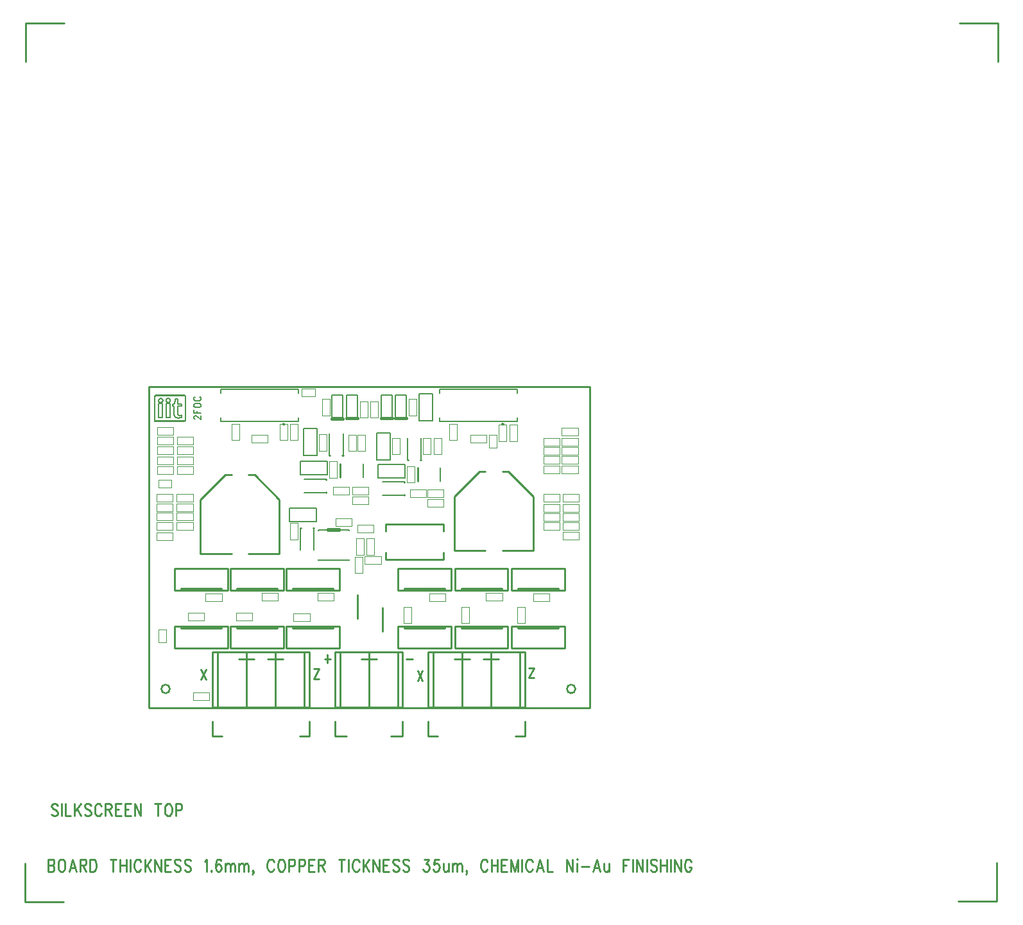
<source format=gbr>
*
*
G04 PADS Layout (Build Number 2007.21.1) generated Gerber (RS-274-X) file*
G04 PC Version=2.1*
*
%IN "2FOC-002.pcb"*%
*
%MOIN*%
*
%FSLAX35Y35*%
*
*
*
*
G04 PC Standard Apertures*
*
*
G04 Thermal Relief Aperture macro.*
%AMTER*
1,1,$1,0,0*
1,0,$1-$2,0,0*
21,0,$3,$4,0,0,45*
21,0,$3,$4,0,0,135*
%
*
*
G04 Annular Aperture macro.*
%AMANN*
1,1,$1,0,0*
1,0,$2,0,0*
%
*
*
G04 Odd Aperture macro.*
%AMODD*
1,1,$1,0,0*
1,0,$1-0.005,0,0*
%
*
*
G04 PC Custom Aperture Macros*
*
*
*
*
*
*
G04 PC Aperture Table*
*
%ADD010C,0.01*%
%ADD011C,0.004*%
%ADD013C,0.006*%
%ADD014C,0.015*%
%ADD015C,0.008*%
%ADD070C,0.001*%
%ADD087C,0.01969*%
%ADD100C,0.00591*%
*
*
*
*
G04 PC Circuitry*
G04 Layer Name 2FOC-002.pcb - circuitry*
%LPD*%
*
*
G04 PC Custom Flashes*
G04 Layer Name 2FOC-002.pcb - flashes*
%LPD*%
*
*
G04 PC Circuitry*
G04 Layer Name 2FOC-002.pcb - circuitry*
%LPD*%
*
G54D10*
G01X1863258Y1593661D02*
X1866458D01*
X1879331Y1580669*
Y1552717*
X1863258*
X1854458D02*
X1838386D01*
Y1580669*
X1851271Y1593661*
X1854458*
X1995148Y1595236D02*
X1998348D01*
X2011220Y1582244*
Y1554291*
X1995148*
X1986348D02*
X1970276D01*
Y1582244*
X1983161Y1595236*
X1986348*
X1852311Y1503595D02*
X1825011D01*
Y1514995*
X1852611*
Y1503595*
X1828311Y1513995D02*
X1849311D01*
Y1514995*
X1828311Y1513995D02*
Y1514995D01*
X1881311Y1503595D02*
X1854011D01*
Y1514995*
X1881611*
Y1503595*
X1857311Y1513995D02*
X1878311D01*
Y1514995*
X1857311Y1513995D02*
Y1514995D01*
X1910311Y1503595D02*
X1883011D01*
Y1514995*
X1910611*
Y1503595*
X1886311Y1513995D02*
X1907311D01*
Y1514995*
X1886311Y1513995D02*
Y1514995D01*
X1825311Y1544995D02*
X1852611D01*
Y1533595*
X1825011*
Y1544995*
X1849311Y1534595D02*
X1828311D01*
Y1533595*
X1849311Y1534595D02*
Y1533595D01*
X1854311Y1544995D02*
X1881611D01*
Y1533595*
X1854011*
Y1544995*
X1878311Y1534595D02*
X1857311D01*
Y1533595*
X1878311Y1534595D02*
Y1533595D01*
X1883311Y1544995D02*
X1910611D01*
Y1533595*
X1883011*
Y1544995*
X1907311Y1534595D02*
X1886311D01*
Y1533595*
X1907311Y1534595D02*
Y1533595D01*
X1968311Y1503595D02*
X1941011D01*
Y1514995*
X1968611*
Y1503595*
X1944311Y1513995D02*
X1965311D01*
Y1514995*
X1944311Y1513995D02*
Y1514995D01*
X1997811Y1503595D02*
X1970511D01*
Y1514995*
X1998111*
Y1503595*
X1973811Y1513995D02*
X1994811D01*
Y1514995*
X1973811Y1513995D02*
Y1514995D01*
X2027311Y1503595D02*
X2000011D01*
Y1514995*
X2027611*
Y1503595*
X2003311Y1513995D02*
X2024311D01*
Y1514995*
X2003311Y1513995D02*
Y1514995D01*
X1941311Y1544995D02*
X1968611D01*
Y1533595*
X1941011*
Y1544995*
X1965311Y1534595D02*
X1944311D01*
Y1533595*
X1965311Y1534595D02*
Y1533595D01*
X1970811Y1544995D02*
X1998111D01*
Y1533595*
X1970511*
Y1544995*
X1994811Y1534595D02*
X1973811D01*
Y1533595*
X1994811Y1534595D02*
Y1533595D01*
X2000311Y1544995D02*
X2027611D01*
Y1533595*
X2000011*
Y1544995*
X2024311Y1534595D02*
X2003311D01*
Y1533595*
X2024311Y1534595D02*
Y1533595D01*
X1908311Y1472866D02*
X1943311D01*
Y1501606*
X1908311*
Y1472866*
X1910811Y1501606D02*
Y1472866D01*
X1925811Y1501606D02*
Y1472866D01*
X1940811Y1501606D02*
Y1472866D01*
X1921791Y1497858D02*
X1929791D01*
X1908311Y1465780D02*
Y1457906D01*
X1914311*
X1943311Y1465780D02*
Y1457906D01*
X1937311*
X1844634Y1472866D02*
X1895008D01*
Y1501606*
X1844634*
Y1472866*
X1862311Y1501606D02*
Y1472866D01*
X1847311Y1501606D02*
Y1472866D01*
X1877311Y1501606D02*
Y1472866D01*
X1858291Y1497858D02*
X1866291D01*
X1892311Y1501606D02*
Y1472866D01*
X1873291Y1497858D02*
X1881291D01*
X1844634Y1465780D02*
Y1457906D01*
X1849752*
X1895008Y1465780D02*
Y1457906D01*
X1889890*
X1956634Y1472866D02*
X2007008D01*
Y1501606*
X1956634*
Y1472866*
X1974311Y1501606D02*
Y1472866D01*
X1959311Y1501606D02*
Y1472866D01*
X1989311Y1501606D02*
Y1472866D01*
X1970291Y1497858D02*
X1978291D01*
X2004311Y1501606D02*
Y1472866D01*
X1985291Y1497858D02*
X1993291D01*
X1956634Y1465780D02*
Y1457906D01*
X1961752*
X2007008Y1465780D02*
Y1457906D01*
X2001890*
X1882067Y1619870D02*
G75*
G03X1882067I-394J0D01*
G01X1995803D02*
G03X1995803I-394J0D01*
G01X1944236Y1589913D02*
Y1589520D01*
Y1583220D02*
Y1582827D01*
X1952976Y1601358D02*
X1952583D01*
X1946283D02*
X1945890D01*
X1951126Y1597413D02*
Y1590327D01*
X1912476Y1603559D02*
X1912083D01*
X1905783D02*
X1905390D01*
X1903638Y1591307D02*
Y1590913D01*
Y1584614D02*
Y1584220D01*
X1911028Y1599307D02*
Y1592220D01*
X1890248Y1566008D02*
X1890642D01*
X1896941D02*
X1897335D01*
X1934646Y1564331D02*
Y1567874D01*
X1964567*
Y1564331*
Y1553307D02*
Y1549764D01*
X1934646*
Y1553307*
X1919882Y1531260D02*
Y1519055D01*
X1932874Y1512362D02*
Y1524567D01*
X1822535Y1482461D02*
G03X1822535I-2236J0D01*
G01X2033165D02*
G03X2033165I-2236J0D01*
G01X1764205Y1422121D02*
X1763751Y1422746D01*
X1763069Y1423059*
X1762160*
X1761478Y1422746*
X1761024Y1422121*
Y1421496*
X1761251Y1420871*
X1761478Y1420559*
X1761933Y1420246*
X1763296Y1419621*
X1763751Y1419309*
X1763978Y1418996*
X1764205Y1418371*
Y1417434*
X1763751Y1416809*
X1763069Y1416496*
X1762160*
X1761478Y1416809*
X1761024Y1417434*
X1766251Y1423059D02*
Y1416496D01*
X1768296Y1423059D02*
Y1416496D01*
X1771024*
X1773069Y1423059D02*
Y1416496D01*
X1776251Y1423059D02*
X1773069Y1418684D01*
X1774205Y1420246D02*
X1776251Y1416496D01*
X1781478Y1422121D02*
X1781024Y1422746D01*
X1780342Y1423059*
X1779433*
X1778751Y1422746*
X1778296Y1422121*
Y1421496*
X1778524Y1420871*
X1778751Y1420559*
X1779205Y1420246*
X1780569Y1419621*
X1781024Y1419309*
X1781251Y1418996*
X1781478Y1418371*
Y1417434*
X1781024Y1416809*
X1780342Y1416496*
X1779433*
X1778751Y1416809*
X1778296Y1417434*
X1786933Y1421496D02*
X1786705Y1422121D01*
X1786251Y1422746*
X1785796Y1423059*
X1784887*
X1784433Y1422746*
X1783978Y1422121*
X1783751Y1421496*
X1783524Y1420559*
Y1418996*
X1783751Y1418059*
X1783978Y1417434*
X1784433Y1416809*
X1784887Y1416496*
X1785796*
X1786251Y1416809*
X1786705Y1417434*
X1786933Y1418059*
X1788978Y1423059D02*
Y1416496D01*
Y1423059D02*
X1791024D01*
X1791705Y1422746*
X1791933Y1422434*
X1792160Y1421809*
Y1421184*
X1791933Y1420559*
X1791705Y1420246*
X1791024Y1419934*
X1788978*
X1790569D02*
X1792160Y1416496D01*
X1794205Y1423059D02*
Y1416496D01*
Y1423059D02*
X1797160D01*
X1794205Y1419934D02*
X1796024D01*
X1794205Y1416496D02*
X1797160D01*
X1799205Y1423059D02*
Y1416496D01*
Y1423059D02*
X1802160D01*
X1799205Y1419934D02*
X1801024D01*
X1799205Y1416496D02*
X1802160D01*
X1804205Y1423059D02*
Y1416496D01*
Y1423059D02*
X1807387Y1416496D01*
Y1423059D02*
Y1416496D01*
X1816251Y1423059D02*
Y1416496D01*
X1814660Y1423059D02*
X1817842D01*
X1821251D02*
X1820796Y1422746D01*
X1820342Y1422121*
X1820115Y1421496*
X1819887Y1420559*
Y1418996*
X1820115Y1418059*
X1820342Y1417434*
X1820796Y1416809*
X1821251Y1416496*
X1822160*
X1822615Y1416809*
X1823069Y1417434*
X1823296Y1418059*
X1823524Y1418996*
Y1420559*
X1823296Y1421496*
X1823069Y1422121*
X1822615Y1422746*
X1822160Y1423059*
X1821251*
X1825569D02*
Y1416496D01*
Y1423059D02*
X1827615D01*
X1828296Y1422746*
X1828524Y1422434*
X1828751Y1421809*
Y1420871*
X1828524Y1420246*
X1828296Y1419934*
X1827615Y1419621*
X1825569*
X1759252Y1394122D02*
Y1387559D01*
Y1394122D02*
X1761297D01*
X1761979Y1393809*
X1762207Y1393497*
X1762434Y1392872*
Y1392247*
X1762207Y1391622*
X1761979Y1391309*
X1761297Y1390997*
X1759252D02*
X1761297D01*
X1761979Y1390684*
X1762207Y1390372*
X1762434Y1389747*
Y1388809*
X1762207Y1388184*
X1761979Y1387872*
X1761297Y1387559*
X1759252*
X1765843Y1394122D02*
X1765388Y1393809D01*
X1764934Y1393184*
X1764707Y1392559*
X1764479Y1391622*
Y1390059*
X1764707Y1389122*
X1764934Y1388497*
X1765388Y1387872*
X1765843Y1387559*
X1766752*
X1767207Y1387872*
X1767661Y1388497*
X1767888Y1389122*
X1768116Y1390059*
Y1391622*
X1767888Y1392559*
X1767661Y1393184*
X1767207Y1393809*
X1766752Y1394122*
X1765843*
X1771979D02*
X1770161Y1387559D01*
X1771979Y1394122D02*
X1773797Y1387559D01*
X1770843Y1389747D02*
X1773116D01*
X1775843Y1394122D02*
Y1387559D01*
Y1394122D02*
X1777888D01*
X1778570Y1393809*
X1778797Y1393497*
X1779025Y1392872*
Y1392247*
X1778797Y1391622*
X1778570Y1391309*
X1777888Y1390997*
X1775843*
X1777434D02*
X1779025Y1387559D01*
X1781070Y1394122D02*
Y1387559D01*
Y1394122D02*
X1782661D01*
X1783343Y1393809*
X1783797Y1393184*
X1784025Y1392559*
X1784252Y1391622*
Y1390059*
X1784025Y1389122*
X1783797Y1388497*
X1783343Y1387872*
X1782661Y1387559*
X1781070*
X1793116Y1394122D02*
Y1387559D01*
X1791525Y1394122D02*
X1794707D01*
X1796752D02*
Y1387559D01*
X1799934Y1394122D02*
Y1387559D01*
X1796752Y1390997D02*
X1799934D01*
X1801979Y1394122D02*
Y1387559D01*
X1807434Y1392559D02*
X1807207Y1393184D01*
X1806752Y1393809*
X1806297Y1394122*
X1805388*
X1804934Y1393809*
X1804479Y1393184*
X1804252Y1392559*
X1804025Y1391622*
Y1390059*
X1804252Y1389122*
X1804479Y1388497*
X1804934Y1387872*
X1805388Y1387559*
X1806297*
X1806752Y1387872*
X1807207Y1388497*
X1807434Y1389122*
X1809479Y1394122D02*
Y1387559D01*
X1812661Y1394122D02*
X1809479Y1389747D01*
X1810616Y1391309D02*
X1812661Y1387559D01*
X1814707Y1394122D02*
Y1387559D01*
Y1394122D02*
X1817888Y1387559D01*
Y1394122D02*
Y1387559D01*
X1819934Y1394122D02*
Y1387559D01*
Y1394122D02*
X1822888D01*
X1819934Y1390997D02*
X1821752D01*
X1819934Y1387559D02*
X1822888D01*
X1828116Y1393184D02*
X1827661Y1393809D01*
X1826979Y1394122*
X1826070*
X1825388Y1393809*
X1824934Y1393184*
Y1392559*
X1825161Y1391934*
X1825388Y1391622*
X1825843Y1391309*
X1827207Y1390684*
X1827661Y1390372*
X1827888Y1390059*
X1828116Y1389434*
Y1388497*
X1827661Y1387872*
X1826979Y1387559*
X1826070*
X1825388Y1387872*
X1824934Y1388497*
X1833343Y1393184D02*
X1832888Y1393809D01*
X1832207Y1394122*
X1831297*
X1830616Y1393809*
X1830161Y1393184*
Y1392559*
X1830388Y1391934*
X1830616Y1391622*
X1831070Y1391309*
X1832434Y1390684*
X1832888Y1390372*
X1833116Y1390059*
X1833343Y1389434*
Y1388497*
X1832888Y1387872*
X1832207Y1387559*
X1831297*
X1830616Y1387872*
X1830161Y1388497*
X1840616Y1392872D02*
X1841070Y1393184D01*
X1841752Y1394122*
Y1387559*
X1844025Y1388184D02*
X1843797Y1387872D01*
X1844025Y1387559*
X1844252Y1387872*
X1844025Y1388184*
X1849025Y1393184D02*
X1848797Y1393809D01*
X1848116Y1394122*
X1847661*
X1846979Y1393809*
X1846525Y1392872*
X1846297Y1391309*
Y1389747*
X1846525Y1388497*
X1846979Y1387872*
X1847661Y1387559*
X1847888*
X1848570Y1387872*
X1849025Y1388497*
X1849252Y1389434*
Y1389747*
X1849025Y1390684*
X1848570Y1391309*
X1847888Y1391622*
X1847661*
X1846979Y1391309*
X1846525Y1390684*
X1846297Y1389747*
X1851297Y1391934D02*
Y1387559D01*
Y1390684D02*
X1851979Y1391622D01*
X1852434Y1391934*
X1853116*
X1853570Y1391622*
X1853797Y1390684*
Y1387559*
Y1390684D02*
X1854479Y1391622D01*
X1854934Y1391934*
X1855616*
X1856070Y1391622*
X1856297Y1390684*
Y1387559*
X1858343Y1391934D02*
Y1387559D01*
Y1390684D02*
X1859025Y1391622D01*
X1859479Y1391934*
X1860161*
X1860616Y1391622*
X1860843Y1390684*
Y1387559*
Y1390684D02*
X1861525Y1391622D01*
X1861979Y1391934*
X1862661*
X1863116Y1391622*
X1863343Y1390684*
Y1387559*
X1865843Y1387872D02*
X1865616Y1387559D01*
X1865388Y1387872*
X1865616Y1388184*
X1865843Y1387872*
Y1387247*
X1865616Y1386622*
X1865388Y1386309*
X1876525Y1392559D02*
X1876297Y1393184D01*
X1875843Y1393809*
X1875388Y1394122*
X1874479*
X1874025Y1393809*
X1873570Y1393184*
X1873343Y1392559*
X1873116Y1391622*
Y1390059*
X1873343Y1389122*
X1873570Y1388497*
X1874025Y1387872*
X1874479Y1387559*
X1875388*
X1875843Y1387872*
X1876297Y1388497*
X1876525Y1389122*
X1879934Y1394122D02*
X1879479Y1393809D01*
X1879025Y1393184*
X1878797Y1392559*
X1878570Y1391622*
Y1390059*
X1878797Y1389122*
X1879025Y1388497*
X1879479Y1387872*
X1879934Y1387559*
X1880843*
X1881297Y1387872*
X1881752Y1388497*
X1881979Y1389122*
X1882207Y1390059*
Y1391622*
X1881979Y1392559*
X1881752Y1393184*
X1881297Y1393809*
X1880843Y1394122*
X1879934*
X1884252D02*
Y1387559D01*
Y1394122D02*
X1886297D01*
X1886979Y1393809*
X1887207Y1393497*
X1887434Y1392872*
Y1391934*
X1887207Y1391309*
X1886979Y1390997*
X1886297Y1390684*
X1884252*
X1889479Y1394122D02*
Y1387559D01*
Y1394122D02*
X1891525D01*
X1892207Y1393809*
X1892434Y1393497*
X1892661Y1392872*
Y1391934*
X1892434Y1391309*
X1892207Y1390997*
X1891525Y1390684*
X1889479*
X1894707Y1394122D02*
Y1387559D01*
Y1394122D02*
X1897661D01*
X1894707Y1390997D02*
X1896525D01*
X1894707Y1387559D02*
X1897661D01*
X1899707Y1394122D02*
Y1387559D01*
Y1394122D02*
X1901752D01*
X1902434Y1393809*
X1902661Y1393497*
X1902888Y1392872*
Y1392247*
X1902661Y1391622*
X1902434Y1391309*
X1901752Y1390997*
X1899707*
X1901297D02*
X1902888Y1387559D01*
X1911752Y1394122D02*
Y1387559D01*
X1910161Y1394122D02*
X1913343D01*
X1915388D02*
Y1387559D01*
X1920843Y1392559D02*
X1920616Y1393184D01*
X1920161Y1393809*
X1919707Y1394122*
X1918797*
X1918343Y1393809*
X1917888Y1393184*
X1917661Y1392559*
X1917434Y1391622*
Y1390059*
X1917661Y1389122*
X1917888Y1388497*
X1918343Y1387872*
X1918797Y1387559*
X1919707*
X1920161Y1387872*
X1920616Y1388497*
X1920843Y1389122*
X1922888Y1394122D02*
Y1387559D01*
X1926070Y1394122D02*
X1922888Y1389747D01*
X1924025Y1391309D02*
X1926070Y1387559D01*
X1928116Y1394122D02*
Y1387559D01*
Y1394122D02*
X1931297Y1387559D01*
Y1394122D02*
Y1387559D01*
X1933343Y1394122D02*
Y1387559D01*
Y1394122D02*
X1936297D01*
X1933343Y1390997D02*
X1935161D01*
X1933343Y1387559D02*
X1936297D01*
X1941525Y1393184D02*
X1941070Y1393809D01*
X1940388Y1394122*
X1939479*
X1938797Y1393809*
X1938343Y1393184*
Y1392559*
X1938570Y1391934*
X1938797Y1391622*
X1939252Y1391309*
X1940616Y1390684*
X1941070Y1390372*
X1941297Y1390059*
X1941525Y1389434*
Y1388497*
X1941070Y1387872*
X1940388Y1387559*
X1939479*
X1938797Y1387872*
X1938343Y1388497*
X1946752Y1393184D02*
X1946297Y1393809D01*
X1945616Y1394122*
X1944707*
X1944025Y1393809*
X1943570Y1393184*
Y1392559*
X1943797Y1391934*
X1944025Y1391622*
X1944479Y1391309*
X1945843Y1390684*
X1946297Y1390372*
X1946525Y1390059*
X1946752Y1389434*
Y1388497*
X1946297Y1387872*
X1945616Y1387559*
X1944707*
X1944025Y1387872*
X1943570Y1388497*
X1954479Y1394122D02*
X1956979D01*
X1955616Y1391622*
X1956297*
X1956752Y1391309*
X1956979Y1390997*
X1957207Y1390059*
Y1389434*
X1956979Y1388497*
X1956525Y1387872*
X1955843Y1387559*
X1955161*
X1954479Y1387872*
X1954252Y1388184*
X1954025Y1388809*
X1962207Y1394122D02*
X1959934D01*
X1959707Y1391309*
X1959934Y1391622*
X1960616Y1391934*
X1961297*
X1961979Y1391622*
X1962434Y1390997*
X1962661Y1390059*
X1962434Y1389434*
X1962207Y1388497*
X1961752Y1387872*
X1961070Y1387559*
X1960388*
X1959707Y1387872*
X1959479Y1388184*
X1959252Y1388809*
X1964707Y1391934D02*
Y1388809D01*
X1964934Y1387872*
X1965388Y1387559*
X1966070*
X1966525Y1387872*
X1967207Y1388809*
Y1391934D02*
Y1387559D01*
X1969252Y1391934D02*
Y1387559D01*
Y1390684D02*
X1969934Y1391622D01*
X1970388Y1391934*
X1971070*
X1971525Y1391622*
X1971752Y1390684*
Y1387559*
Y1390684D02*
X1972434Y1391622D01*
X1972888Y1391934*
X1973570*
X1974025Y1391622*
X1974252Y1390684*
Y1387559*
X1976752Y1387872D02*
X1976525Y1387559D01*
X1976297Y1387872*
X1976525Y1388184*
X1976752Y1387872*
Y1387247*
X1976525Y1386622*
X1976297Y1386309*
X1987434Y1392559D02*
X1987207Y1393184D01*
X1986752Y1393809*
X1986297Y1394122*
X1985388*
X1984934Y1393809*
X1984479Y1393184*
X1984252Y1392559*
X1984025Y1391622*
Y1390059*
X1984252Y1389122*
X1984479Y1388497*
X1984934Y1387872*
X1985388Y1387559*
X1986297*
X1986752Y1387872*
X1987207Y1388497*
X1987434Y1389122*
X1989479Y1394122D02*
Y1387559D01*
X1992661Y1394122D02*
Y1387559D01*
X1989479Y1390997D02*
X1992661D01*
X1994707Y1394122D02*
Y1387559D01*
Y1394122D02*
X1997661D01*
X1994707Y1390997D02*
X1996525D01*
X1994707Y1387559D02*
X1997661D01*
X1999707Y1394122D02*
Y1387559D01*
Y1394122D02*
X2001525Y1387559D01*
X2003343Y1394122D02*
X2001525Y1387559D01*
X2003343Y1394122D02*
Y1387559D01*
X2005388Y1394122D02*
Y1387559D01*
X2010843Y1392559D02*
X2010616Y1393184D01*
X2010161Y1393809*
X2009707Y1394122*
X2008797*
X2008343Y1393809*
X2007888Y1393184*
X2007661Y1392559*
X2007434Y1391622*
Y1390059*
X2007661Y1389122*
X2007888Y1388497*
X2008343Y1387872*
X2008797Y1387559*
X2009707*
X2010161Y1387872*
X2010616Y1388497*
X2010843Y1389122*
X2014707Y1394122D02*
X2012888Y1387559D01*
X2014707Y1394122D02*
X2016525Y1387559D01*
X2013570Y1389747D02*
X2015843D01*
X2018570Y1394122D02*
Y1387559D01*
X2021297*
X2028570Y1394122D02*
Y1387559D01*
Y1394122D02*
X2031752Y1387559D01*
Y1394122D02*
Y1387559D01*
X2033797Y1394122D02*
X2034025Y1393809D01*
X2034252Y1394122*
X2034025Y1394434*
X2033797Y1394122*
X2034025Y1391934D02*
Y1387559D01*
X2036297Y1390372D02*
X2040388D01*
X2044252Y1394122D02*
X2042434Y1387559D01*
X2044252Y1394122D02*
X2046070Y1387559D01*
X2043116Y1389747D02*
X2045388D01*
X2048116Y1391934D02*
Y1388809D01*
X2048343Y1387872*
X2048797Y1387559*
X2049479*
X2049934Y1387872*
X2050616Y1388809*
Y1391934D02*
Y1387559D01*
X2057888Y1394122D02*
Y1387559D01*
Y1394122D02*
X2060843D01*
X2057888Y1390997D02*
X2059707D01*
X2062888Y1394122D02*
Y1387559D01*
X2064934Y1394122D02*
Y1387559D01*
Y1394122D02*
X2068116Y1387559D01*
Y1394122D02*
Y1387559D01*
X2070161Y1394122D02*
Y1387559D01*
X2075388Y1393184D02*
X2074934Y1393809D01*
X2074252Y1394122*
X2073343*
X2072661Y1393809*
X2072207Y1393184*
Y1392559*
X2072434Y1391934*
X2072661Y1391622*
X2073116Y1391309*
X2074479Y1390684*
X2074934Y1390372*
X2075161Y1390059*
X2075388Y1389434*
Y1388497*
X2074934Y1387872*
X2074252Y1387559*
X2073343*
X2072661Y1387872*
X2072207Y1388497*
X2077434Y1394122D02*
Y1387559D01*
X2080616Y1394122D02*
Y1387559D01*
X2077434Y1390997D02*
X2080616D01*
X2082661Y1394122D02*
Y1387559D01*
X2084707Y1394122D02*
Y1387559D01*
Y1394122D02*
X2087888Y1387559D01*
Y1394122D02*
Y1387559D01*
X2093343Y1392559D02*
X2093116Y1393184D01*
X2092661Y1393809*
X2092207Y1394122*
X2091297*
X2090843Y1393809*
X2090388Y1393184*
X2090161Y1392559*
X2089934Y1391622*
Y1390059*
X2090161Y1389122*
X2090388Y1388497*
X2090843Y1387872*
X2091297Y1387559*
X2092207*
X2092661Y1387872*
X2093116Y1388497*
X2093343Y1389122*
Y1390059*
X2092207D02*
X2093343D01*
X1945311Y1498045D02*
X1948584D01*
X1951181Y1491825D02*
X1953727Y1486575D01*
Y1491825D02*
X1951181Y1486575D01*
X2011601Y1493400D02*
X2009055Y1488150D01*
Y1493400D02*
X2011601D01*
X2009055Y1488150D02*
X2011601D01*
X1904447Y1500295D02*
Y1495795D01*
X1902811Y1498045D02*
X1906084D01*
X1899790Y1493006D02*
X1897244Y1487756D01*
Y1493006D02*
X1899790D01*
X1897244Y1487756D02*
X1899790D01*
X1838583Y1492612D02*
X1841128Y1487362D01*
Y1492612D02*
X1838583Y1487362D01*
X1811638Y1472618D02*
X2040748D01*
Y1639331*
X1811638*
Y1472618*
X1767520Y1828110D02*
X1747520D01*
Y1808110*
X1747441Y1391890D02*
Y1371890D01*
X1767441*
X2232087Y1372205D02*
X2252087D01*
Y1392205*
X2252559Y1808031D02*
Y1828031D01*
X2232559*
G54D11*
X1840224Y1517843D02*
Y1521843D01*
X1831824*
Y1517843*
X1840224*
X2035106Y1559969D02*
Y1563969D01*
X2026706*
Y1559969*
X2035106*
X1815682Y1563772D02*
Y1559772D01*
X1824082*
Y1563772*
X1815682*
X2034515Y1613906D02*
Y1617906D01*
X2026115*
Y1613906*
X2034515*
X1815682Y1583654D02*
Y1579654D01*
X1824082*
Y1583654*
X1815682*
Y1578732D02*
Y1574732D01*
X1824082*
Y1578732*
X1815682*
X1865420Y1517843D02*
Y1521843D01*
X1857020*
Y1517843*
X1865420*
X1947811Y1524995D02*
X1943811D01*
Y1516595*
X1947811*
Y1524995*
X1977811D02*
X1973811D01*
Y1516595*
X1977811*
Y1524995*
X2006811D02*
X2002811D01*
Y1516595*
X2006811*
Y1524995*
X1957217Y1531882D02*
Y1527882D01*
X1965617*
Y1531882*
X1957217*
X1986745Y1532276D02*
Y1528276D01*
X1995145*
Y1532276*
X1986745*
X2011351Y1532079D02*
Y1528079D01*
X2019751*
Y1532079*
X2011351*
X1895145Y1517646D02*
Y1521646D01*
X1886745*
Y1517646*
X1895145*
X1841076Y1532079D02*
Y1528079D01*
X1849476*
Y1532079*
X1841076*
X1928575Y1560460D02*
X1924575D01*
Y1552060*
X1928575*
Y1560460*
X1923753Y1551370D02*
Y1547370D01*
X1932153*
Y1551370*
X1923753*
X1922472Y1551011D02*
X1918472D01*
Y1542611*
X1922472*
Y1551011*
X1870209Y1532276D02*
Y1528276D01*
X1878609*
Y1532276*
X1870209*
X1815682Y1574008D02*
Y1570008D01*
X1824082*
Y1574008*
X1815682*
X1956331Y1585870D02*
Y1581870D01*
X1964731*
Y1585870*
X1956331*
X1885075Y1611595D02*
X1889075D01*
Y1619995*
X1885075*
Y1611595*
X1879575D02*
X1883575D01*
Y1619995*
X1879575*
Y1611595*
X1993276Y1611115D02*
X1997276D01*
Y1619515*
X1993276*
Y1611115*
X1899146Y1532276D02*
Y1528276D01*
X1907546*
Y1532276*
X1899146*
X1998787Y1611115D02*
X2002787D01*
Y1619515*
X1998787*
Y1611115*
X1858693Y1619909D02*
X1854693D01*
Y1611509*
X1858693*
Y1619909*
X1971685D02*
X1967685D01*
Y1611509*
X1971685*
Y1619909*
X1873275Y1610295D02*
Y1614295D01*
X1864875*
Y1610295*
X1873275*
X1987011D02*
Y1614295D01*
X1978611*
Y1610295*
X1987011*
X1955731Y1581870D02*
Y1585870D01*
X1947331*
Y1581870*
X1955731*
X1917233Y1587264D02*
Y1583264D01*
X1925633*
Y1587264*
X1917233*
X1915633Y1583264D02*
Y1587264D01*
X1907233*
Y1583264*
X1915633*
X1815682Y1568890D02*
Y1564890D01*
X1824082*
Y1568890*
X1815682*
X1917233Y1582264D02*
Y1578264D01*
X1925633*
Y1582264*
X1917233*
X1926543Y1623320D02*
X1930543D01*
Y1631720*
X1926543*
Y1623320*
X1950520Y1632794D02*
X1946520D01*
Y1624394*
X1950520*
Y1632794*
X1901520Y1624394D02*
X1905520D01*
Y1632794*
X1901520*
Y1624394*
X1925425Y1631720D02*
X1921425D01*
Y1623320*
X1925425*
Y1631720*
X1824279Y1609378D02*
Y1613378D01*
X1815879*
Y1609378*
X1824279*
Y1604260D02*
Y1608260D01*
X1815879*
Y1604260*
X1824279*
Y1598945D02*
Y1602945D01*
X1815879*
Y1598945*
X1824279*
X1956331Y1580870D02*
Y1576870D01*
X1964731*
Y1580870*
X1956331*
X1824279Y1594024D02*
Y1598024D01*
X1815879*
Y1594024*
X1824279*
X1815879Y1618299D02*
Y1614299D01*
X1824279*
Y1618299*
X1815879*
X2026706Y1568890D02*
Y1564890D01*
X2035106*
Y1568890*
X2026706*
Y1573614D02*
Y1569614D01*
X2035106*
Y1573614*
X2026706*
Y1578339D02*
Y1574339D01*
X2035106*
Y1578339*
X2026706*
X2026115Y1598417D02*
Y1594417D01*
X2034515*
Y1598417*
X2026115*
X2026706Y1583457D02*
Y1579457D01*
X2035106*
Y1583457*
X2026706*
X2026115Y1603142D02*
Y1599142D01*
X2034515*
Y1603142*
X2026115*
Y1607866D02*
Y1603866D01*
X2034515*
Y1607866*
X2026115*
Y1612787D02*
Y1608787D01*
X2034515*
Y1612787*
X2026115*
X1842980Y1476504D02*
Y1480504D01*
X1834580*
Y1476504*
X1842980*
X1949531Y1598070D02*
X1945531D01*
Y1589670*
X1949531*
Y1598070*
X1963531Y1612570D02*
X1959531D01*
Y1604170*
X1963531*
Y1612570*
X1942031D02*
X1938031D01*
Y1604170*
X1942031*
Y1612570*
X1919323Y1614397D02*
X1915323D01*
Y1605997*
X1919323*
Y1614397*
X1909433Y1600464D02*
X1905433D01*
Y1592064*
X1909433*
Y1600464*
X1903933Y1614464D02*
X1899933D01*
Y1606064*
X1903933*
Y1614464*
X1908591Y1570803D02*
Y1566803D01*
X1916991*
Y1570803*
X1908591*
X1923260Y1560460D02*
X1919260D01*
Y1552060*
X1923260*
Y1560460*
X1888791Y1568503D02*
X1884791D01*
Y1560103*
X1888791*
Y1568503*
X1834515Y1570008D02*
Y1574008D01*
X1826115*
Y1570008*
X1834515*
Y1574732D02*
Y1578732D01*
X1826115*
Y1574732*
X1834515*
Y1579654D02*
Y1583654D01*
X1826115*
Y1579654*
X1834515*
Y1564890D02*
Y1568890D01*
X1826115*
Y1564890*
X1834515*
X1834712Y1609378D02*
Y1613378D01*
X1826312*
Y1609378*
X1834712*
Y1604260D02*
Y1608260D01*
X1826312*
Y1604260*
X1834712*
Y1598945D02*
Y1602945D01*
X1826312*
Y1598945*
X1834712*
Y1594024D02*
Y1598024D01*
X1826312*
Y1594024*
X1834712*
X1919816Y1567512D02*
Y1563512D01*
X1928216*
Y1567512*
X1919816*
X1924047Y1614397D02*
X1920047D01*
Y1605997*
X1924047*
Y1614397*
X2016469Y1568890D02*
Y1564890D01*
X2024869*
Y1568890*
X2016469*
Y1573614D02*
Y1569614D01*
X2024869*
Y1573614*
X2016469*
Y1578339D02*
Y1574339D01*
X2024869*
Y1578339*
X2016469*
Y1583457D02*
Y1579457D01*
X2024869*
Y1583457*
X2016469*
Y1607866D02*
Y1603866D01*
X2024869*
Y1607866*
X2016469*
Y1603142D02*
Y1599142D01*
X2024869*
Y1603142*
X2016469*
Y1598417D02*
Y1594417D01*
X2024869*
Y1598417*
X2016469*
Y1612787D02*
Y1608787D01*
X2024869*
Y1612787*
X2016469*
X1957929Y1612645D02*
X1953929D01*
Y1604245*
X1957929*
Y1612645*
X1891099Y1638398D02*
Y1634398D01*
X1897792*
Y1638398*
X1891099*
X1992181Y1614220D02*
X1988181D01*
Y1607527*
X1992181*
Y1614220*
X1816493Y1590957D02*
Y1586957D01*
X1823186*
Y1590957*
X1816493*
X1820504Y1513413D02*
X1816504D01*
Y1506720*
X1820504*
Y1513413*
G54D13*
X1932819Y1589913D02*
X1944236D01*
Y1589520*
Y1583220D02*
Y1582827D01*
X1932819*
X1952976Y1612776D02*
Y1601358D01*
X1952583*
X1946283D02*
X1945890D01*
Y1612776*
X1962937Y1597413D02*
Y1590327D01*
X1912476Y1614976D02*
Y1603559D01*
X1912083*
X1905783D02*
X1905390D01*
Y1614976*
X1892220Y1591307D02*
X1903638D01*
Y1590913*
Y1584614D02*
Y1584220D01*
X1892220*
X1922839Y1599307D02*
Y1592220D01*
X1890248Y1554591D02*
Y1566008D01*
X1890642*
X1896941D02*
X1897335D01*
Y1554591*
X1945320Y1634894D02*
X1939720D01*
Y1623294*
X1945320*
Y1634894*
X1937820D02*
X1932220D01*
Y1623294*
X1937820*
Y1634894*
X1919820D02*
X1914220D01*
Y1623294*
X1919820*
Y1634894*
X1912320Y1634844D02*
X1906720D01*
Y1623244*
X1912320*
Y1634844*
X1884535Y1576295D02*
Y1569295D01*
X1898535*
Y1576295*
X1884535*
X1944531Y1591870D02*
Y1598870D01*
X1930531*
Y1591870*
X1944531*
X1904433Y1593764D02*
Y1600764D01*
X1890433*
Y1593764*
X1904433*
X1937031Y1615370D02*
X1930031D01*
Y1601370*
X1937031*
Y1615370*
X1898933Y1617764D02*
X1891933D01*
Y1603764*
X1898933*
Y1617764*
X1959035Y1635524D02*
X1952035D01*
Y1621524*
X1959035*
Y1635524*
G54D14*
X1945320Y1622794D02*
X1939720D01*
X1937820D02*
X1932220D01*
X1919820D02*
X1914220D01*
X1912320Y1622744D02*
X1906720D01*
G54D15*
X1835780Y1622538D02*
X1835592D01*
X1835217Y1622674*
X1835030Y1622811*
X1834842Y1623083*
Y1623629*
X1835030Y1623902*
X1835217Y1624038*
X1835592Y1624174*
X1835967*
X1836342Y1624038*
X1836905Y1623765*
X1838780Y1622402*
Y1624311*
X1834842Y1625538D02*
X1838780D01*
X1834842D02*
Y1627311D01*
X1836717Y1625538D02*
Y1626629D01*
X1834842Y1629356D02*
X1835030Y1629083D01*
X1835405Y1628811*
X1835780Y1628674*
X1836342Y1628538*
X1837280*
X1837842Y1628674*
X1838217Y1628811*
X1838592Y1629083*
X1838780Y1629356*
Y1629902*
X1838592Y1630174*
X1838217Y1630447*
X1837842Y1630583*
X1837280Y1630720*
X1836342*
X1835780Y1630583*
X1835405Y1630447*
X1835030Y1630174*
X1834842Y1629902*
Y1629356*
X1835780Y1633992D02*
X1835405Y1633856D01*
X1835030Y1633583*
X1834842Y1633311*
Y1632765*
X1835030Y1632492*
X1835405Y1632220*
X1835780Y1632083*
X1836342Y1631947*
X1837280*
X1837842Y1632083*
X1838217Y1632220*
X1838592Y1632492*
X1838780Y1632765*
Y1633311*
X1838592Y1633583*
X1838217Y1633856*
X1837842Y1633992*
G54D70*
G54D87*
X1910769Y1565080D02*
X1904470D01*
G54D100*
X1889154Y1623413D02*
Y1621445D01*
X1848996*
Y1623413*
X1889154Y1636012D02*
Y1637980D01*
X1848996*
Y1636012*
X2002890Y1623413D02*
Y1621445D01*
X1962732*
Y1623413*
X2002890Y1636012D02*
Y1637980D01*
X1962732*
Y1636012*
X1915494Y1564687D02*
Y1565080D01*
X1899746*
Y1564687*
X1915494Y1549726D02*
Y1549332D01*
X1899746*
Y1549726*
X1829921Y1635000D02*
Y1634984D01*
X1829986Y1634985*
Y1634970*
X1830061*
Y1634955*
X1830121*
Y1634940*
X1830166*
Y1634925*
X1830196*
Y1634910*
X1830240*
Y1634895*
X1830270*
Y1634880*
X1830300*
Y1634865*
X1830330*
Y1634850*
X1830345*
Y1634835*
X1830375*
Y1634820*
X1830405*
Y1634805*
X1830419*
Y1634790*
X1830434*
Y1634775*
X1830464*
Y1634761*
X1830479*
Y1634746*
X1830494*
Y1634731*
X1830509*
Y1634716*
X1830524*
Y1634701*
X1830539*
Y1634686*
X1830554*
Y1634671*
X1830569*
Y1634656*
X1830584*
Y1634641*
X1830599*
Y1634626*
X1830614*
Y1634596*
X1830629*
Y1634581*
X1830643*
Y1634552*
X1830658*
Y1634537*
X1830673*
Y1634507*
X1830688*
Y1634477*
X1830703*
Y1634447*
X1830718*
Y1634417*
X1830733*
Y1634372*
X1830748*
Y1634328*
X1830763*
Y1634268*
X1830778*
Y1622143*
X1830763*
Y1622084*
X1830748*
Y1622039*
X1830733*
Y1621994*
X1830718*
Y1621964*
X1830703*
Y1621934*
X1830688*
Y1621905*
X1830673*
Y1621875*
X1830658*
Y1621860*
X1830643*
Y1621830*
X1830629*
Y1621815*
X1830614*
Y1621785*
X1830599*
Y1621770*
X1830584*
Y1621755*
X1830569*
Y1621740*
X1830554*
Y1621725*
X1830539*
Y1621710*
X1830524*
Y1621696*
X1830509*
Y1621681*
X1830494*
Y1621666*
X1830479*
Y1621651*
X1830464*
Y1621636*
X1830434*
Y1621621*
X1830419*
Y1621606*
X1830405*
Y1621591*
X1830375*
Y1621576*
X1830345*
Y1621561*
X1830330*
Y1621546*
X1830300*
Y1621531*
X1830270*
Y1621516*
X1830240*
Y1621501*
X1830196*
Y1621486*
X1830166*
Y1621472*
X1830106*
Y1621457*
X1829972*
Y1621442*
X1814547*
Y1634253*
X1814562*
Y1634328*
X1814577*
Y1634372*
X1814592*
Y1634417*
X1814607*
Y1634447*
X1814622*
Y1634477*
X1814637*
Y1634507*
X1814652*
Y1634537*
X1814667*
Y1634552*
X1814682*
Y1634581*
X1814697*
Y1634596*
X1814712*
Y1634611*
X1814727*
Y1634641*
X1814741*
Y1634656*
X1814756*
Y1634671*
X1814771*
Y1634686*
X1814786*
Y1634701*
X1814801*
Y1634716*
X1814816*
Y1634731*
X1814831*
Y1634746*
X1814846*
Y1634761*
X1814861*
Y1634775*
X1814891*
Y1634790*
X1814906*
Y1634805*
X1814936*
Y1634820*
X1814950*
Y1634835*
X1814980*
Y1634850*
X1814995*
Y1634865*
X1815025*
Y1634880*
X1815055*
Y1634895*
X1815085*
Y1634910*
X1815130*
Y1634925*
X1815160*
Y1634940*
X1815219*
Y1634955*
X1815264*
Y1634970*
X1815339*
Y1634985*
X1815403*
Y1634999*
X1829921Y1635000*
X1829927Y1634790D02*
X1815398D01*
Y1634775*
X1815324*
Y1634761*
X1815264*
Y1634746*
X1815219*
Y1634731*
X1815189*
Y1634716*
X1815145*
Y1634701*
X1815130*
Y1634686*
X1815100*
Y1634671*
X1815070*
Y1634656*
X1815055*
Y1634641*
X1815025*
Y1634626*
X1815010*
Y1634611*
X1814995*
Y1634596*
X1814965*
Y1634581*
X1814950*
Y1634566*
X1814936*
Y1634552*
X1814921*
Y1634537*
X1814906*
Y1634522*
X1814891*
Y1634492*
X1814876*
Y1634477*
X1814861*
Y1634462*
X1814846*
Y1634432*
X1814831*
Y1634417*
X1814816*
Y1634387*
X1814801*
Y1634357*
X1814786*
Y1634313*
X1814771*
Y1634268*
X1814756*
Y1634208*
X1814741*
Y1621621*
X1829927*
Y1621636*
X1830001*
Y1621651*
X1830061*
Y1621666*
X1830106*
Y1621681*
X1830136*
Y1621696*
X1830181*
Y1621710*
X1830210*
Y1621725*
X1830225*
Y1621740*
X1830255*
Y1621755*
X1830285*
Y1621770*
X1830300*
Y1621785*
X1830315*
Y1621800*
X1830345*
Y1621815*
X1830360*
Y1621830*
X1830375*
Y1621845*
X1830390*
Y1621860*
X1830405*
Y1621875*
X1830419*
Y1621890*
X1830434*
Y1621919*
X1830434D02*
X1830449D01*
X1830449D02*
Y1621934D01*
X1830464*
Y1621949*
X1830479*
Y1621979*
X1830494*
Y1621994*
X1830509*
Y1622024*
X1830524*
Y1622054*
X1830539*
Y1622099*
X1830554*
Y1622143*
X1830569*
Y1622203*
X1830584*
Y1634208*
X1830569*
Y1634268*
X1830554*
Y1634313*
X1830539*
Y1634357*
X1830524*
Y1634387*
X1830509*
Y1634417*
X1830494*
Y1634432*
X1830479*
Y1634462*
X1830464*
Y1634477*
X1830449*
Y1634492*
X1830434*
Y1634522*
X1830419*
Y1634537*
X1830405*
Y1634552*
X1830390*
Y1634566*
X1830375*
Y1634581*
X1830360*
Y1634596*
X1830345*
Y1634611*
X1830315*
Y1634626*
X1830300*
Y1634641*
X1830285*
Y1634656*
X1830255*
Y1634671*
X1830225*
Y1634686*
X1830210*
Y1634701*
X1830181*
Y1634716*
X1830136*
Y1634731*
X1830106*
Y1634746*
X1830061*
Y1634761*
X1830001*
Y1634775*
X1829927*
Y1634790*
X1817937Y1633297D02*
Y1633282D01*
X1818011*
Y1633267*
X1818071*
Y1633252*
X1818116*
Y1633238*
X1818146*
Y1633223*
X1818191*
Y1633208*
X1818220*
Y1633193*
X1818250*
Y1633178*
X1818280*
Y1633163*
X1818310*
Y1633148*
X1818325*
Y1633133*
X1818355*
Y1633118*
X1818370*
Y1633103*
X1818385*
Y1633088*
X1818415*
Y1633073*
X1818430*
Y1633058*
X1818444*
Y1633043*
X1818459*
Y1633029*
X1818474*
Y1633014*
X1818489*
Y1632999*
X1818504*
Y1632984*
X1818519*
Y1632969*
X1818534*
Y1632954*
X1818549*
Y1632939*
X1818564*
Y1632924*
X1818579*
Y1632909*
X1818594*
Y1632894*
X1818609*
Y1632864*
X1818624*
Y1632849*
X1818639*
Y1632834*
X1818653*
Y1632805*
X1818668*
Y1632790*
X1818683*
Y1632760*
X1818698*
Y1632730*
X1818713*
Y1632700*
X1818728*
Y1632670*
X1818743*
Y1632640*
X1818758*
Y1632595*
X1818773*
Y1632551*
X1818788*
Y1632491*
X1818803*
Y1632416*
X1818818*
Y1632282*
X1818833*
Y1632148*
X1818818*
Y1631998*
X1818803*
Y1631924*
X1818788*
Y1631879*
X1818773*
Y1631834*
X1818758*
Y1631789*
X1818743*
Y1631759*
X1818728*
Y1631715*
X1818713*
Y1631685*
X1818698*
Y1631670*
X1818683*
Y1631640*
X1818668*
Y1631610*
X1818653*
Y1631595*
X1818639*
Y1631565*
X1818624*
Y1631550*
X1818609*
Y1631535*
X1818594*
Y1631505*
X1818594D02*
X1818579D01*
X1818579D02*
Y1631491D01*
X1818564*
Y1631476*
X1818549*
Y1631461*
X1818534*
Y1631446*
X1818519*
Y1631431*
X1818504*
Y1631416*
X1818489*
Y1631401*
X1818474*
Y1631386*
X1818459*
Y1631371*
X1818444*
Y1631356*
X1818415*
Y1631341*
X1818400*
Y1631326*
X1818385*
Y1631311*
X1818370*
Y1631296*
X1818340*
Y1631282*
X1818325*
Y1631267*
X1818295*
Y1631252*
X1818265*
Y1631237*
X1818235*
Y1631222*
X1818206*
Y1631207*
X1818176*
Y1631192*
X1818146*
Y1631177*
X1818101*
Y1631162*
X1818041*
Y1631147*
X1817982*
Y1631132*
X1817892*
Y1631117*
X1817608*
Y1631132*
X1817519*
Y1631147*
X1817444*
Y1631162*
X1817399*
Y1631177*
X1817354*
Y1631192*
X1817325*
Y1631207*
X1817295*
Y1631222*
X1817265*
Y1631237*
X1817235*
Y1631252*
X1817205*
Y1631267*
X1817175*
Y1631282*
X1817160*
Y1631296*
X1817130*
Y1631311*
X1817116*
Y1631326*
X1817101*
Y1631341*
X1817071*
Y1631356*
X1817056*
Y1631371*
X1817041*
Y1631386*
X1817026*
Y1631401*
X1817011*
Y1631416*
X1816996*
Y1631431*
X1816981*
Y1631446*
X1816966*
Y1631461*
X1816951*
Y1631476*
X1816936*
Y1631491*
X1816921*
Y1631505*
X1816921D02*
X1816906D01*
X1816906D02*
Y1631520D01*
X1816892*
Y1631550*
X1816877*
Y1631565*
X1816862*
Y1631580*
X1816847*
Y1631610*
X1816832*
Y1631625*
X1816817*
Y1631655*
X1816802*
Y1631685*
X1816787*
Y1631715*
X1816772*
Y1631744*
X1816757*
Y1631774*
X1816742*
Y1631804*
X1816727*
Y1631849*
X1816712*
Y1631909*
X1816697*
Y1631968*
X1816683*
Y1632058*
X1816668*
Y1632372*
X1816683*
Y1632461*
X1816697*
Y1632521*
X1816712*
Y1632566*
X1816727*
Y1632610*
X1816742*
Y1632655*
X1816757*
Y1632685*
X1816772*
Y1632715*
X1816787*
Y1632745*
X1816802*
Y1632775*
X1816817*
Y1632790*
X1816832*
Y1632819*
X1816847*
Y1632834*
X1816862*
Y1632864*
X1816877*
Y1632879*
X1816892*
Y1632894*
X1816906*
Y1632909*
X1816921*
Y1632924*
X1816936*
Y1632954*
X1816951*
Y1632969*
X1816966*
Y1632984*
X1816981*
Y1632999*
X1816996*
Y1633014*
X1817011*
Y1633029*
X1817026*
Y1633043*
X1817056*
Y1633058*
X1817071*
Y1633073*
X1817086*
Y1633088*
X1817101*
Y1633103*
X1817130*
Y1633118*
X1817145*
Y1633133*
X1817175*
Y1633148*
X1817190*
Y1633163*
X1817220*
Y1633178*
X1817250*
Y1633193*
X1817280*
Y1633208*
X1817310*
Y1633223*
X1817340*
Y1633238*
X1817384*
Y1633252*
X1817429*
Y1633267*
X1817489*
Y1633282*
X1817563*
Y1633297*
X1817937*
X1821819D02*
Y1633282D01*
X1821909*
Y1633267*
X1821968*
Y1633252*
X1822013*
Y1633238*
X1822043*
Y1633223*
X1822088*
Y1633208*
X1822118*
Y1633193*
X1822147*
Y1633178*
X1822177*
Y1633163*
X1822192*
Y1633148*
X1822222*
Y1633133*
X1822252*
Y1633118*
X1822267*
Y1633103*
X1822282*
Y1633088*
X1822312*
Y1633073*
X1822327*
Y1633058*
X1822342*
Y1633043*
X1822356*
Y1633029*
X1822371*
Y1633014*
X1822386*
Y1632999*
X1822401*
Y1632984*
X1822416*
Y1632969*
X1822431*
Y1632954*
X1822446*
Y1632939*
X1822461*
Y1632924*
X1822476*
Y1632909*
X1822491*
Y1632894*
X1822506*
Y1632864*
X1822521*
Y1632849*
X1822536*
Y1632819*
X1822551*
Y1632805*
X1822566*
Y1632775*
X1822580*
Y1632760*
X1822595*
Y1632730*
X1822610*
Y1632700*
X1822625*
Y1632670*
X1822640*
Y1632625*
X1822655*
Y1632595*
X1822670*
Y1632551*
X1822685*
Y1632491*
X1822700*
Y1632416*
X1822715*
Y1632013*
X1822700*
Y1631939*
X1822685*
Y1631879*
X1822670*
Y1631834*
X1822655*
Y1631789*
X1822640*
Y1631759*
X1822625*
Y1631729*
X1822610*
Y1631700*
X1822595*
Y1631670*
X1822580*
Y1631640*
X1822566*
Y1631610*
X1822551*
Y1631595*
X1822536*
Y1631580*
X1822521*
Y1631550*
X1822506*
Y1631535*
X1822491*
Y1631520*
X1822476*
Y1631491*
X1822461*
Y1631476*
X1822446*
Y1631461*
X1822431*
Y1631446*
X1822416*
Y1631431*
X1822401*
Y1631416*
X1822386*
Y1631401*
X1822371*
Y1631386*
X1822356*
Y1631371*
X1822342*
Y1631356*
X1822312*
Y1631341*
X1822297*
Y1631326*
X1822282*
Y1631311*
X1822252*
Y1631296*
X1822237*
Y1631282*
X1822207*
Y1631267*
X1822192*
Y1631252*
X1822162*
Y1631237*
X1822133*
Y1631222*
X1822103*
Y1631207*
X1822073*
Y1631192*
X1822028*
Y1631177*
X1821998*
Y1631162*
X1821938*
Y1631147*
X1821879*
Y1631132*
X1821789*
Y1631117*
X1821505*
Y1631132*
X1821401*
Y1631147*
X1821341*
Y1631162*
X1821296*
Y1631177*
X1821252*
Y1631192*
X1821222*
Y1631207*
X1821177*
Y1631222*
X1821147*
Y1631237*
X1821132*
Y1631252*
X1821102*
Y1631267*
X1821072*
Y1631282*
X1821057*
Y1631296*
X1821028*
Y1631311*
X1821013*
Y1631326*
X1820983*
Y1631341*
X1820968*
Y1631356*
X1820953*
Y1631371*
X1820938*
Y1631386*
X1820923*
Y1631401*
X1820908*
Y1631416*
X1820893*
Y1631431*
X1820878*
Y1631446*
X1820863*
Y1631461*
X1820848*
Y1631476*
X1820833*
Y1631491*
X1820819*
Y1631505*
X1820819D02*
X1820804D01*
X1820804D02*
Y1631520D01*
X1820789*
Y1631535*
X1820774*
Y1631565*
X1820759*
Y1631580*
X1820744*
Y1631610*
X1820729*
Y1631625*
X1820714*
Y1631655*
X1820699*
Y1631670*
X1820684*
Y1631700*
X1820669*
Y1631729*
X1820654*
Y1631774*
X1820639*
Y1631804*
X1820624*
Y1631849*
X1820610*
X1820610D02*
Y1631894D01*
X1820610D02*
X1820595D01*
Y1631953*
X1820580*
Y1632043*
X1820565*
Y1632386*
X1820580*
Y1632476*
X1820595*
Y1632536*
X1820610*
X1820610D02*
Y1632581D01*
X1820610D02*
X1820624D01*
Y1632625*
X1820639*
Y1632655*
X1820654*
Y1632685*
X1820669*
Y1632715*
X1820684*
Y1632745*
X1820699*
Y1632775*
X1820714*
Y1632790*
X1820729*
Y1632819*
X1820744*
Y1632834*
X1820759*
Y1632864*
X1820774*
Y1632879*
X1820789*
Y1632894*
X1820804*
Y1632924*
X1820819*
Y1632939*
X1820833*
Y1632954*
X1820848*
Y1632969*
X1820863*
Y1632984*
X1820878*
Y1632999*
X1820893*
Y1633014*
X1820908*
Y1633029*
X1820923*
Y1633043*
X1820938*
Y1633058*
X1820968*
Y1633073*
X1820983*
Y1633088*
X1820998*
Y1633103*
X1821028*
Y1633118*
X1821043*
Y1633133*
X1821072*
Y1633148*
X1821087*
Y1633163*
X1821117*
Y1633178*
X1821147*
Y1633193*
X1821177*
Y1633208*
X1821207*
Y1633223*
X1821237*
Y1633238*
X1821281*
Y1633252*
X1821326*
Y1633267*
X1821386*
Y1633282*
X1821461*
Y1633297*
X1821819*
X1822670Y1630580D02*
Y1623174D01*
X1820610*
X1820610D02*
Y1630580D01*
X1820610D02*
X1822670D01*
X1818773D02*
Y1623174D01*
X1816712*
Y1630580*
X1818773*
X1826716Y1632879D02*
Y1630430D01*
X1828658*
Y1629281*
X1826716*
Y1625339*
X1826731*
Y1625175*
X1826746*
Y1625070*
X1826761*
Y1625010*
X1826776*
Y1624951*
X1826791*
Y1624891*
X1826806*
Y1624846*
X1826821*
Y1624816*
X1826836*
Y1624786*
X1826851*
Y1624756*
X1826866*
Y1624727*
X1826881*
Y1624697*
X1826896*
Y1624682*
X1826911*
Y1624652*
X1826926*
Y1624637*
X1826940*
Y1624622*
X1826955*
Y1624607*
X1826970*
Y1624592*
X1826985*
Y1624577*
X1827000*
Y1624562*
X1827015*
Y1624547*
X1827045*
Y1624533*
X1827060*
Y1624518*
X1827090*
Y1624503*
X1827120*
Y1624488*
X1827149*
Y1624473*
X1827179*
Y1624458*
X1827224*
Y1624443*
X1827284*
Y1624428*
X1827344*
Y1624413*
X1827448*
Y1624398*
X1827896*
Y1624413*
X1828030*
Y1624428*
X1828135*
Y1624443*
X1828210*
Y1624458*
X1828284*
Y1624473*
X1828359*
Y1624488*
X1828419*
Y1624503*
X1828478*
Y1624518*
X1828523*
Y1624533*
X1828583*
Y1624547*
X1828598*
Y1623368*
X1828568*
Y1623353*
X1828538*
Y1623338*
X1828493*
Y1623323*
X1828449*
Y1623308*
X1828404*
Y1623293*
X1828359*
Y1623278*
X1828299*
Y1623263*
X1828239*
Y1623248*
X1828180*
Y1623233*
X1828105*
Y1623219*
X1828030*
Y1623204*
X1827956*
Y1623189*
X1827866*
Y1623174*
X1827747*
Y1623159*
X1827627*
Y1623144*
X1827478*
Y1623129*
X1827269*
Y1623114*
X1826582*
Y1623129*
X1826448*
Y1623144*
X1826358*
Y1623159*
X1826283*
Y1623174*
X1826224*
Y1623189*
X1826164*
Y1623204*
X1826119*
Y1623219*
X1826074*
Y1623233*
X1826030*
Y1623248*
X1825985*
Y1623263*
X1825955*
Y1623278*
X1825910*
Y1623293*
X1825880*
Y1623308*
X1825850*
Y1623323*
X1825821*
Y1623338*
X1825791*
Y1623353*
X1825761*
Y1623368*
X1825731*
Y1623383*
X1825701*
Y1623398*
X1825686*
Y1623413*
X1825656*
Y1623428*
X1825641*
Y1623443*
X1825612*
Y1623457*
X1825597*
Y1623472*
X1825567*
Y1623487*
X1825552*
Y1623502*
X1825522*
Y1623517*
X1825507*
Y1623532*
X1825492*
Y1623547*
X1825477*
Y1623562*
X1825447*
Y1623577*
X1825432*
Y1623592*
X1825417*
Y1623607*
X1825403*
Y1623622*
X1825388*
Y1623637*
X1825373*
Y1623652*
X1825358*
Y1623666*
X1825343*
Y1623681*
X1825328*
Y1623696*
X1825313*
Y1623711*
X1825298*
Y1623726*
X1825283*
Y1623741*
X1825268*
Y1623756*
X1825253*
Y1623771*
X1825238*
Y1623786*
X1825223*
Y1623801*
X1825208*
Y1623816*
X1825193*
Y1623846*
X1825179*
Y1623861*
X1825164*
Y1623876*
X1825149*
Y1623905*
X1825134*
Y1623920*
X1825119*
Y1623935*
X1825104*
Y1623965*
X1825089*
Y1623980*
X1825074*
Y1624010*
X1825059*
Y1624025*
X1825044*
Y1624055*
X1825029*
Y1624085*
X1825014*
Y1624099*
X1824999*
Y1624129*
X1824984*
Y1624159*
X1824969*
Y1624189*
X1824955*
Y1624219*
X1824940*
Y1624249*
X1824925*
Y1624279*
X1824910*
Y1624323*
X1824895*
Y1624353*
X1824880*
Y1624383*
X1824865*
Y1624428*
X1824850*
Y1624473*
X1824835*
Y1624518*
X1824820*
Y1624562*
X1824805*
Y1624607*
X1824790*
Y1624667*
X1824775*
Y1624727*
X1824760*
Y1624786*
X1824746*
Y1624861*
X1824731*
Y1624936*
X1824716*
Y1625025*
X1824701*
Y1625145*
X1824686*
Y1625309*
X1824671*
Y1629296*
X1823790*
Y1630409*
X1824746Y1630416*
X1824746D02*
Y1630445D01*
X1824760*
Y1630505*
X1824775*
Y1630565*
X1824790*
Y1630610*
X1824805*
Y1630669*
X1824820*
Y1630714*
X1824835*
Y1630774*
X1824850*
Y1630834*
X1824865*
Y1630878*
X1824880*
Y1630938*
X1824895*
Y1630983*
X1824910*
Y1631043*
X1824925*
Y1631102*
X1824940*
Y1631147*
X1824955*
Y1631207*
X1824969*
Y1631252*
X1824984*
Y1631311*
X1824999*
Y1631371*
X1825014*
Y1631416*
X1825029*
Y1631476*
X1825044*
Y1631520*
X1825059*
Y1631580*
X1825074*
Y1631640*
X1825089*
Y1631685*
X1825104*
Y1631744*
X1825119*
Y1631789*
X1825134*
Y1631849*
X1825149*
Y1631909*
X1825164*
Y1631953*
X1825179*
Y1632013*
X1825193*
Y1632058*
X1825208*
Y1632118*
X1825223*
Y1632177*
X1825238*
Y1632222*
X1825253*
Y1632282*
X1825268*
Y1632327*
X1825283*
Y1632386*
X1825298*
Y1632446*
X1825313*
Y1632491*
X1825328*
Y1632551*
X1825343*
Y1632610*
X1825358*
Y1632655*
X1825373*
Y1632715*
X1825388*
Y1632760*
X1825403*
Y1632819*
X1825417*
Y1632879*
X1826716*
G74*
X0Y0D02*
M02*

</source>
